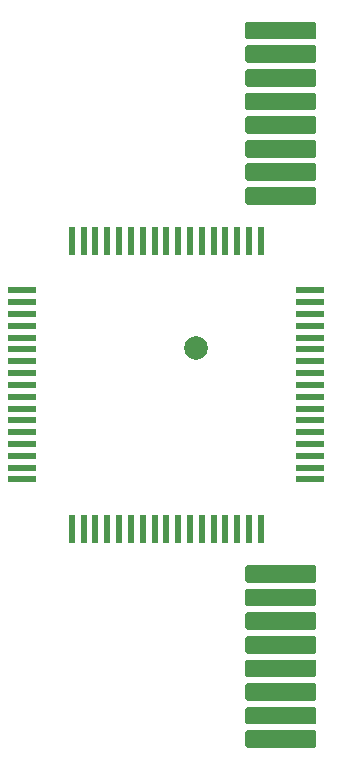
<source format=gbp>
G04 #@! TF.GenerationSoftware,KiCad,Pcbnew,(5.1.9)-1*
G04 #@! TF.CreationDate,2023-01-31T21:08:26+01:00*
G04 #@! TF.ProjectId,Side,53696465-2e6b-4696-9361-645f70636258,rev?*
G04 #@! TF.SameCoordinates,PXd59f80PYd59f80*
G04 #@! TF.FileFunction,Paste,Bot*
G04 #@! TF.FilePolarity,Positive*
%FSLAX46Y46*%
G04 Gerber Fmt 4.6, Leading zero omitted, Abs format (unit mm)*
G04 Created by KiCad (PCBNEW (5.1.9)-1) date 2023-01-31 21:08:26*
%MOMM*%
%LPD*%
G01*
G04 APERTURE LIST*
%ADD10C,2.000000*%
%ADD11R,0.600000X2.400000*%
%ADD12R,2.400000X0.600000*%
G04 APERTURE END LIST*
D10*
X18500000Y-28900000D03*
D11*
X8000000Y-44200000D03*
X9000000Y-44200000D03*
X10000000Y-44200000D03*
X11000000Y-44200000D03*
X12000000Y-44200000D03*
X13000000Y-44200000D03*
X14000000Y-44200000D03*
X15000000Y-44200000D03*
X16000000Y-44200000D03*
X17000000Y-44200000D03*
X18000000Y-44200000D03*
X19000000Y-44200000D03*
X20000000Y-44200000D03*
X21000000Y-44200000D03*
X22000000Y-44200000D03*
X23000000Y-44200000D03*
X24000000Y-44200000D03*
D12*
X28200000Y-40000000D03*
X28200000Y-39000000D03*
X28200000Y-38000000D03*
X28200000Y-37000000D03*
X28200000Y-36000000D03*
X28200000Y-35000000D03*
X28200000Y-34000000D03*
X28200000Y-33000000D03*
X28200000Y-32000000D03*
X28200000Y-31000000D03*
X28200000Y-30000000D03*
X28200000Y-29000000D03*
X28200000Y-28000000D03*
X28200000Y-27000000D03*
X28200000Y-26000000D03*
X28200000Y-25000000D03*
X28200000Y-24000000D03*
D11*
X24000000Y-19800000D03*
X23000000Y-19800000D03*
X22000000Y-19800000D03*
X21000000Y-19800000D03*
X20000000Y-19800000D03*
X19000000Y-19800000D03*
X18000000Y-19800000D03*
X17000000Y-19800000D03*
X16000000Y-19800000D03*
X15000000Y-19800000D03*
X14000000Y-19800000D03*
X13000000Y-19800000D03*
X12000000Y-19800000D03*
X11000000Y-19800000D03*
X10000000Y-19800000D03*
X9000000Y-19800000D03*
X8000000Y-19800000D03*
D12*
X3800000Y-24000000D03*
X3800000Y-25000000D03*
X3800000Y-26000000D03*
X3800000Y-27000000D03*
X3800000Y-28000000D03*
X3800000Y-29000000D03*
X3800000Y-30000000D03*
X3800000Y-31000000D03*
X3800000Y-32000000D03*
X3800000Y-33000000D03*
X3800000Y-34000000D03*
X3800000Y-35000000D03*
X3800000Y-36000000D03*
X3800000Y-37000000D03*
X3800000Y-38000000D03*
X3800000Y-39000000D03*
X3800000Y-40000000D03*
G36*
G01*
X22700000Y-16600000D02*
X22700000Y-15400000D01*
G75*
G02*
X22850000Y-15250000I150000J0D01*
G01*
X28550000Y-15250000D01*
G75*
G02*
X28700000Y-15400000I0J-150000D01*
G01*
X28700000Y-16600000D01*
G75*
G02*
X28550000Y-16750000I-150000J0D01*
G01*
X22850000Y-16750000D01*
G75*
G02*
X22700000Y-16600000I0J150000D01*
G01*
G37*
G36*
G01*
X22700000Y-14600000D02*
X22700000Y-13400000D01*
G75*
G02*
X22850000Y-13250000I150000J0D01*
G01*
X28550000Y-13250000D01*
G75*
G02*
X28700000Y-13400000I0J-150000D01*
G01*
X28700000Y-14600000D01*
G75*
G02*
X28550000Y-14750000I-150000J0D01*
G01*
X22850000Y-14750000D01*
G75*
G02*
X22700000Y-14600000I0J150000D01*
G01*
G37*
G36*
G01*
X22700000Y-12600000D02*
X22700000Y-11400000D01*
G75*
G02*
X22850000Y-11250000I150000J0D01*
G01*
X28550000Y-11250000D01*
G75*
G02*
X28700000Y-11400000I0J-150000D01*
G01*
X28700000Y-12600000D01*
G75*
G02*
X28550000Y-12750000I-150000J0D01*
G01*
X22850000Y-12750000D01*
G75*
G02*
X22700000Y-12600000I0J150000D01*
G01*
G37*
G36*
G01*
X22700000Y-10600000D02*
X22700000Y-9400000D01*
G75*
G02*
X22850000Y-9250000I150000J0D01*
G01*
X28550000Y-9250000D01*
G75*
G02*
X28700000Y-9400000I0J-150000D01*
G01*
X28700000Y-10600000D01*
G75*
G02*
X28550000Y-10750000I-150000J0D01*
G01*
X22850000Y-10750000D01*
G75*
G02*
X22700000Y-10600000I0J150000D01*
G01*
G37*
G36*
G01*
X22700000Y-8600000D02*
X22700000Y-7400000D01*
G75*
G02*
X22850000Y-7250000I150000J0D01*
G01*
X28550000Y-7250000D01*
G75*
G02*
X28700000Y-7400000I0J-150000D01*
G01*
X28700000Y-8600000D01*
G75*
G02*
X28550000Y-8750000I-150000J0D01*
G01*
X22850000Y-8750000D01*
G75*
G02*
X22700000Y-8600000I0J150000D01*
G01*
G37*
G36*
G01*
X22700000Y-6600000D02*
X22700000Y-5400000D01*
G75*
G02*
X22850000Y-5250000I150000J0D01*
G01*
X28550000Y-5250000D01*
G75*
G02*
X28700000Y-5400000I0J-150000D01*
G01*
X28700000Y-6600000D01*
G75*
G02*
X28550000Y-6750000I-150000J0D01*
G01*
X22850000Y-6750000D01*
G75*
G02*
X22700000Y-6600000I0J150000D01*
G01*
G37*
G36*
G01*
X22700000Y-4600000D02*
X22700000Y-3400000D01*
G75*
G02*
X22850000Y-3250000I150000J0D01*
G01*
X28550000Y-3250000D01*
G75*
G02*
X28700000Y-3400000I0J-150000D01*
G01*
X28700000Y-4600000D01*
G75*
G02*
X28550000Y-4750000I-150000J0D01*
G01*
X22850000Y-4750000D01*
G75*
G02*
X22700000Y-4600000I0J150000D01*
G01*
G37*
G36*
G01*
X22700000Y-2600000D02*
X22700000Y-1400000D01*
G75*
G02*
X22850000Y-1250000I150000J0D01*
G01*
X28550000Y-1250000D01*
G75*
G02*
X28700000Y-1400000I0J-150000D01*
G01*
X28700000Y-2600000D01*
G75*
G02*
X28550000Y-2750000I-150000J0D01*
G01*
X22850000Y-2750000D01*
G75*
G02*
X22700000Y-2600000I0J150000D01*
G01*
G37*
G36*
G01*
X22700000Y-62600000D02*
X22700000Y-61400000D01*
G75*
G02*
X22850000Y-61250000I150000J0D01*
G01*
X28550000Y-61250000D01*
G75*
G02*
X28700000Y-61400000I0J-150000D01*
G01*
X28700000Y-62600000D01*
G75*
G02*
X28550000Y-62750000I-150000J0D01*
G01*
X22850000Y-62750000D01*
G75*
G02*
X22700000Y-62600000I0J150000D01*
G01*
G37*
G36*
G01*
X22700000Y-60600000D02*
X22700000Y-59400000D01*
G75*
G02*
X22850000Y-59250000I150000J0D01*
G01*
X28550000Y-59250000D01*
G75*
G02*
X28700000Y-59400000I0J-150000D01*
G01*
X28700000Y-60600000D01*
G75*
G02*
X28550000Y-60750000I-150000J0D01*
G01*
X22850000Y-60750000D01*
G75*
G02*
X22700000Y-60600000I0J150000D01*
G01*
G37*
G36*
G01*
X22700000Y-58600000D02*
X22700000Y-57400000D01*
G75*
G02*
X22850000Y-57250000I150000J0D01*
G01*
X28550000Y-57250000D01*
G75*
G02*
X28700000Y-57400000I0J-150000D01*
G01*
X28700000Y-58600000D01*
G75*
G02*
X28550000Y-58750000I-150000J0D01*
G01*
X22850000Y-58750000D01*
G75*
G02*
X22700000Y-58600000I0J150000D01*
G01*
G37*
G36*
G01*
X22700000Y-56600000D02*
X22700000Y-55400000D01*
G75*
G02*
X22850000Y-55250000I150000J0D01*
G01*
X28550000Y-55250000D01*
G75*
G02*
X28700000Y-55400000I0J-150000D01*
G01*
X28700000Y-56600000D01*
G75*
G02*
X28550000Y-56750000I-150000J0D01*
G01*
X22850000Y-56750000D01*
G75*
G02*
X22700000Y-56600000I0J150000D01*
G01*
G37*
G36*
G01*
X22700000Y-54600000D02*
X22700000Y-53400000D01*
G75*
G02*
X22850000Y-53250000I150000J0D01*
G01*
X28550000Y-53250000D01*
G75*
G02*
X28700000Y-53400000I0J-150000D01*
G01*
X28700000Y-54600000D01*
G75*
G02*
X28550000Y-54750000I-150000J0D01*
G01*
X22850000Y-54750000D01*
G75*
G02*
X22700000Y-54600000I0J150000D01*
G01*
G37*
G36*
G01*
X22700000Y-52600000D02*
X22700000Y-51400000D01*
G75*
G02*
X22850000Y-51250000I150000J0D01*
G01*
X28550000Y-51250000D01*
G75*
G02*
X28700000Y-51400000I0J-150000D01*
G01*
X28700000Y-52600000D01*
G75*
G02*
X28550000Y-52750000I-150000J0D01*
G01*
X22850000Y-52750000D01*
G75*
G02*
X22700000Y-52600000I0J150000D01*
G01*
G37*
G36*
G01*
X22700000Y-50600000D02*
X22700000Y-49400000D01*
G75*
G02*
X22850000Y-49250000I150000J0D01*
G01*
X28550000Y-49250000D01*
G75*
G02*
X28700000Y-49400000I0J-150000D01*
G01*
X28700000Y-50600000D01*
G75*
G02*
X28550000Y-50750000I-150000J0D01*
G01*
X22850000Y-50750000D01*
G75*
G02*
X22700000Y-50600000I0J150000D01*
G01*
G37*
G36*
G01*
X22700000Y-48600000D02*
X22700000Y-47400000D01*
G75*
G02*
X22850000Y-47250000I150000J0D01*
G01*
X28550000Y-47250000D01*
G75*
G02*
X28700000Y-47400000I0J-150000D01*
G01*
X28700000Y-48600000D01*
G75*
G02*
X28550000Y-48750000I-150000J0D01*
G01*
X22850000Y-48750000D01*
G75*
G02*
X22700000Y-48600000I0J150000D01*
G01*
G37*
M02*

</source>
